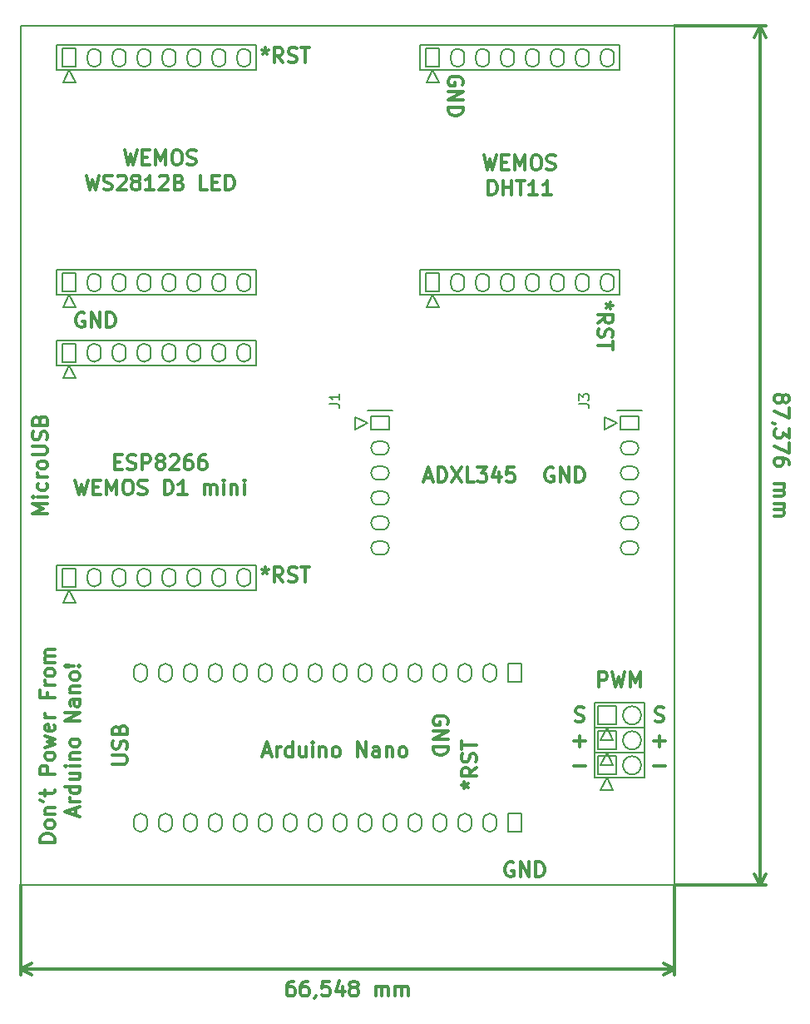
<source format=gbr>
%TF.GenerationSoftware,KiCad,Pcbnew,5.0.2+dfsg1-1*%
%TF.CreationDate,2020-04-12T10:59:42+02:00*%
%TF.ProjectId,fietslamp,66696574-736c-4616-9d70-2e6b69636164,rev?*%
%TF.SameCoordinates,Original*%
%TF.FileFunction,Legend,Top*%
%TF.FilePolarity,Positive*%
%FSLAX46Y46*%
G04 Gerber Fmt 4.6, Leading zero omitted, Abs format (unit mm)*
G04 Created by KiCad (PCBNEW 5.0.2+dfsg1-1) date zo 12 apr 2020 10:59:42 CEST*
%MOMM*%
%LPD*%
G01*
G04 APERTURE LIST*
%ADD10C,0.300000*%
%ADD11C,0.150000*%
G04 APERTURE END LIST*
D10*
X138763428Y-112367142D02*
X138977714Y-112438571D01*
X139334857Y-112438571D01*
X139477714Y-112367142D01*
X139549142Y-112295714D01*
X139620571Y-112152857D01*
X139620571Y-112010000D01*
X139549142Y-111867142D01*
X139477714Y-111795714D01*
X139334857Y-111724285D01*
X139049142Y-111652857D01*
X138906285Y-111581428D01*
X138834857Y-111510000D01*
X138763428Y-111367142D01*
X138763428Y-111224285D01*
X138834857Y-111081428D01*
X138906285Y-111010000D01*
X139049142Y-110938571D01*
X139406285Y-110938571D01*
X139620571Y-111010000D01*
X130635428Y-112367142D02*
X130849714Y-112438571D01*
X131206857Y-112438571D01*
X131349714Y-112367142D01*
X131421142Y-112295714D01*
X131492571Y-112152857D01*
X131492571Y-112010000D01*
X131421142Y-111867142D01*
X131349714Y-111795714D01*
X131206857Y-111724285D01*
X130921142Y-111652857D01*
X130778285Y-111581428D01*
X130706857Y-111510000D01*
X130635428Y-111367142D01*
X130635428Y-111224285D01*
X130706857Y-111081428D01*
X130778285Y-111010000D01*
X130921142Y-110938571D01*
X131278285Y-110938571D01*
X131492571Y-111010000D01*
X138620571Y-116947142D02*
X139763428Y-116947142D01*
X138620571Y-114407142D02*
X139763428Y-114407142D01*
X139192000Y-114978571D02*
X139192000Y-113835714D01*
X133020857Y-108882571D02*
X133020857Y-107382571D01*
X133592285Y-107382571D01*
X133735142Y-107454000D01*
X133806571Y-107525428D01*
X133878000Y-107668285D01*
X133878000Y-107882571D01*
X133806571Y-108025428D01*
X133735142Y-108096857D01*
X133592285Y-108168285D01*
X133020857Y-108168285D01*
X134378000Y-107382571D02*
X134735142Y-108882571D01*
X135020857Y-107811142D01*
X135306571Y-108882571D01*
X135663714Y-107382571D01*
X136235142Y-108882571D02*
X136235142Y-107382571D01*
X136735142Y-108454000D01*
X137235142Y-107382571D01*
X137235142Y-108882571D01*
X130492571Y-114407142D02*
X131635428Y-114407142D01*
X131064000Y-114978571D02*
X131064000Y-113835714D01*
X130492571Y-116947142D02*
X131635428Y-116947142D01*
X124333142Y-126758000D02*
X124190285Y-126686571D01*
X123976000Y-126686571D01*
X123761714Y-126758000D01*
X123618857Y-126900857D01*
X123547428Y-127043714D01*
X123476000Y-127329428D01*
X123476000Y-127543714D01*
X123547428Y-127829428D01*
X123618857Y-127972285D01*
X123761714Y-128115142D01*
X123976000Y-128186571D01*
X124118857Y-128186571D01*
X124333142Y-128115142D01*
X124404571Y-128043714D01*
X124404571Y-127543714D01*
X124118857Y-127543714D01*
X125047428Y-128186571D02*
X125047428Y-126686571D01*
X125904571Y-128186571D01*
X125904571Y-126686571D01*
X126618857Y-128186571D02*
X126618857Y-126686571D01*
X126976000Y-126686571D01*
X127190285Y-126758000D01*
X127333142Y-126900857D01*
X127404571Y-127043714D01*
X127476000Y-127329428D01*
X127476000Y-127543714D01*
X127404571Y-127829428D01*
X127333142Y-127972285D01*
X127190285Y-128115142D01*
X126976000Y-128186571D01*
X126618857Y-128186571D01*
X117590000Y-112649142D02*
X117661428Y-112506285D01*
X117661428Y-112292000D01*
X117590000Y-112077714D01*
X117447142Y-111934857D01*
X117304285Y-111863428D01*
X117018571Y-111792000D01*
X116804285Y-111792000D01*
X116518571Y-111863428D01*
X116375714Y-111934857D01*
X116232857Y-112077714D01*
X116161428Y-112292000D01*
X116161428Y-112434857D01*
X116232857Y-112649142D01*
X116304285Y-112720571D01*
X116804285Y-112720571D01*
X116804285Y-112434857D01*
X116161428Y-113363428D02*
X117661428Y-113363428D01*
X116161428Y-114220571D01*
X117661428Y-114220571D01*
X116161428Y-114934857D02*
X117661428Y-114934857D01*
X117661428Y-115292000D01*
X117590000Y-115506285D01*
X117447142Y-115649142D01*
X117304285Y-115720571D01*
X117018571Y-115792000D01*
X116804285Y-115792000D01*
X116518571Y-115720571D01*
X116375714Y-115649142D01*
X116232857Y-115506285D01*
X116161428Y-115292000D01*
X116161428Y-114934857D01*
X80645142Y-70878000D02*
X80502285Y-70806571D01*
X80288000Y-70806571D01*
X80073714Y-70878000D01*
X79930857Y-71020857D01*
X79859428Y-71163714D01*
X79788000Y-71449428D01*
X79788000Y-71663714D01*
X79859428Y-71949428D01*
X79930857Y-72092285D01*
X80073714Y-72235142D01*
X80288000Y-72306571D01*
X80430857Y-72306571D01*
X80645142Y-72235142D01*
X80716571Y-72163714D01*
X80716571Y-71663714D01*
X80430857Y-71663714D01*
X81359428Y-72306571D02*
X81359428Y-70806571D01*
X82216571Y-72306571D01*
X82216571Y-70806571D01*
X82930857Y-72306571D02*
X82930857Y-70806571D01*
X83288000Y-70806571D01*
X83502285Y-70878000D01*
X83645142Y-71020857D01*
X83716571Y-71163714D01*
X83788000Y-71449428D01*
X83788000Y-71663714D01*
X83716571Y-71949428D01*
X83645142Y-72092285D01*
X83502285Y-72235142D01*
X83288000Y-72306571D01*
X82930857Y-72306571D01*
X119114000Y-47625142D02*
X119185428Y-47482285D01*
X119185428Y-47268000D01*
X119114000Y-47053714D01*
X118971142Y-46910857D01*
X118828285Y-46839428D01*
X118542571Y-46768000D01*
X118328285Y-46768000D01*
X118042571Y-46839428D01*
X117899714Y-46910857D01*
X117756857Y-47053714D01*
X117685428Y-47268000D01*
X117685428Y-47410857D01*
X117756857Y-47625142D01*
X117828285Y-47696571D01*
X118328285Y-47696571D01*
X118328285Y-47410857D01*
X117685428Y-48339428D02*
X119185428Y-48339428D01*
X117685428Y-49196571D01*
X119185428Y-49196571D01*
X117685428Y-49910857D02*
X119185428Y-49910857D01*
X119185428Y-50268000D01*
X119114000Y-50482285D01*
X118971142Y-50625142D01*
X118828285Y-50696571D01*
X118542571Y-50768000D01*
X118328285Y-50768000D01*
X118042571Y-50696571D01*
X117899714Y-50625142D01*
X117756857Y-50482285D01*
X117685428Y-50268000D01*
X117685428Y-49910857D01*
X128397142Y-86626000D02*
X128254285Y-86554571D01*
X128040000Y-86554571D01*
X127825714Y-86626000D01*
X127682857Y-86768857D01*
X127611428Y-86911714D01*
X127540000Y-87197428D01*
X127540000Y-87411714D01*
X127611428Y-87697428D01*
X127682857Y-87840285D01*
X127825714Y-87983142D01*
X128040000Y-88054571D01*
X128182857Y-88054571D01*
X128397142Y-87983142D01*
X128468571Y-87911714D01*
X128468571Y-87411714D01*
X128182857Y-87411714D01*
X129111428Y-88054571D02*
X129111428Y-86554571D01*
X129968571Y-88054571D01*
X129968571Y-86554571D01*
X130682857Y-88054571D02*
X130682857Y-86554571D01*
X131040000Y-86554571D01*
X131254285Y-86626000D01*
X131397142Y-86768857D01*
X131468571Y-86911714D01*
X131540000Y-87197428D01*
X131540000Y-87411714D01*
X131468571Y-87697428D01*
X131397142Y-87840285D01*
X131254285Y-87983142D01*
X131040000Y-88054571D01*
X130682857Y-88054571D01*
X119066571Y-118875714D02*
X119423714Y-118875714D01*
X119280857Y-119232857D02*
X119423714Y-118875714D01*
X119280857Y-118518571D01*
X119709428Y-119090000D02*
X119423714Y-118875714D01*
X119709428Y-118661428D01*
X120566571Y-117090000D02*
X119852285Y-117590000D01*
X120566571Y-117947142D02*
X119066571Y-117947142D01*
X119066571Y-117375714D01*
X119138000Y-117232857D01*
X119209428Y-117161428D01*
X119352285Y-117090000D01*
X119566571Y-117090000D01*
X119709428Y-117161428D01*
X119780857Y-117232857D01*
X119852285Y-117375714D01*
X119852285Y-117947142D01*
X120495142Y-116518571D02*
X120566571Y-116304285D01*
X120566571Y-115947142D01*
X120495142Y-115804285D01*
X120423714Y-115732857D01*
X120280857Y-115661428D01*
X120138000Y-115661428D01*
X119995142Y-115732857D01*
X119923714Y-115804285D01*
X119852285Y-115947142D01*
X119780857Y-116232857D01*
X119709428Y-116375714D01*
X119638000Y-116447142D01*
X119495142Y-116518571D01*
X119352285Y-116518571D01*
X119209428Y-116447142D01*
X119138000Y-116375714D01*
X119066571Y-116232857D01*
X119066571Y-115875714D01*
X119138000Y-115661428D01*
X119066571Y-115232857D02*
X119066571Y-114375714D01*
X120566571Y-114804285D02*
X119066571Y-114804285D01*
X99056285Y-96714571D02*
X99056285Y-97071714D01*
X98699142Y-96928857D02*
X99056285Y-97071714D01*
X99413428Y-96928857D01*
X98842000Y-97357428D02*
X99056285Y-97071714D01*
X99270571Y-97357428D01*
X100842000Y-98214571D02*
X100342000Y-97500285D01*
X99984857Y-98214571D02*
X99984857Y-96714571D01*
X100556285Y-96714571D01*
X100699142Y-96786000D01*
X100770571Y-96857428D01*
X100842000Y-97000285D01*
X100842000Y-97214571D01*
X100770571Y-97357428D01*
X100699142Y-97428857D01*
X100556285Y-97500285D01*
X99984857Y-97500285D01*
X101413428Y-98143142D02*
X101627714Y-98214571D01*
X101984857Y-98214571D01*
X102127714Y-98143142D01*
X102199142Y-98071714D01*
X102270571Y-97928857D01*
X102270571Y-97786000D01*
X102199142Y-97643142D01*
X102127714Y-97571714D01*
X101984857Y-97500285D01*
X101699142Y-97428857D01*
X101556285Y-97357428D01*
X101484857Y-97286000D01*
X101413428Y-97143142D01*
X101413428Y-97000285D01*
X101484857Y-96857428D01*
X101556285Y-96786000D01*
X101699142Y-96714571D01*
X102056285Y-96714571D01*
X102270571Y-96786000D01*
X102699142Y-96714571D02*
X103556285Y-96714571D01*
X103127714Y-98214571D02*
X103127714Y-96714571D01*
X99056285Y-43882571D02*
X99056285Y-44239714D01*
X98699142Y-44096857D02*
X99056285Y-44239714D01*
X99413428Y-44096857D01*
X98842000Y-44525428D02*
X99056285Y-44239714D01*
X99270571Y-44525428D01*
X100842000Y-45382571D02*
X100342000Y-44668285D01*
X99984857Y-45382571D02*
X99984857Y-43882571D01*
X100556285Y-43882571D01*
X100699142Y-43954000D01*
X100770571Y-44025428D01*
X100842000Y-44168285D01*
X100842000Y-44382571D01*
X100770571Y-44525428D01*
X100699142Y-44596857D01*
X100556285Y-44668285D01*
X99984857Y-44668285D01*
X101413428Y-45311142D02*
X101627714Y-45382571D01*
X101984857Y-45382571D01*
X102127714Y-45311142D01*
X102199142Y-45239714D01*
X102270571Y-45096857D01*
X102270571Y-44954000D01*
X102199142Y-44811142D01*
X102127714Y-44739714D01*
X101984857Y-44668285D01*
X101699142Y-44596857D01*
X101556285Y-44525428D01*
X101484857Y-44454000D01*
X101413428Y-44311142D01*
X101413428Y-44168285D01*
X101484857Y-44025428D01*
X101556285Y-43954000D01*
X101699142Y-43882571D01*
X102056285Y-43882571D01*
X102270571Y-43954000D01*
X102699142Y-43882571D02*
X103556285Y-43882571D01*
X103127714Y-45382571D02*
X103127714Y-43882571D01*
X134425428Y-70100285D02*
X134068285Y-70100285D01*
X134211142Y-69743142D02*
X134068285Y-70100285D01*
X134211142Y-70457428D01*
X133782571Y-69886000D02*
X134068285Y-70100285D01*
X133782571Y-70314571D01*
X132925428Y-71886000D02*
X133639714Y-71386000D01*
X132925428Y-71028857D02*
X134425428Y-71028857D01*
X134425428Y-71600285D01*
X134354000Y-71743142D01*
X134282571Y-71814571D01*
X134139714Y-71886000D01*
X133925428Y-71886000D01*
X133782571Y-71814571D01*
X133711142Y-71743142D01*
X133639714Y-71600285D01*
X133639714Y-71028857D01*
X132996857Y-72457428D02*
X132925428Y-72671714D01*
X132925428Y-73028857D01*
X132996857Y-73171714D01*
X133068285Y-73243142D01*
X133211142Y-73314571D01*
X133354000Y-73314571D01*
X133496857Y-73243142D01*
X133568285Y-73171714D01*
X133639714Y-73028857D01*
X133711142Y-72743142D01*
X133782571Y-72600285D01*
X133854000Y-72528857D01*
X133996857Y-72457428D01*
X134139714Y-72457428D01*
X134282571Y-72528857D01*
X134354000Y-72600285D01*
X134425428Y-72743142D01*
X134425428Y-73100285D01*
X134354000Y-73314571D01*
X134425428Y-73743142D02*
X134425428Y-74600285D01*
X132925428Y-74171714D02*
X134425428Y-74171714D01*
X83506571Y-116700857D02*
X84720857Y-116700857D01*
X84863714Y-116629428D01*
X84935142Y-116558000D01*
X85006571Y-116415142D01*
X85006571Y-116129428D01*
X84935142Y-115986571D01*
X84863714Y-115915142D01*
X84720857Y-115843714D01*
X83506571Y-115843714D01*
X84935142Y-115200857D02*
X85006571Y-114986571D01*
X85006571Y-114629428D01*
X84935142Y-114486571D01*
X84863714Y-114415142D01*
X84720857Y-114343714D01*
X84578000Y-114343714D01*
X84435142Y-114415142D01*
X84363714Y-114486571D01*
X84292285Y-114629428D01*
X84220857Y-114915142D01*
X84149428Y-115058000D01*
X84078000Y-115129428D01*
X83935142Y-115200857D01*
X83792285Y-115200857D01*
X83649428Y-115129428D01*
X83578000Y-115058000D01*
X83506571Y-114915142D01*
X83506571Y-114558000D01*
X83578000Y-114343714D01*
X84220857Y-113200857D02*
X84292285Y-112986571D01*
X84363714Y-112915142D01*
X84506571Y-112843714D01*
X84720857Y-112843714D01*
X84863714Y-112915142D01*
X84935142Y-112986571D01*
X85006571Y-113129428D01*
X85006571Y-113700857D01*
X83506571Y-113700857D01*
X83506571Y-113200857D01*
X83578000Y-113058000D01*
X83649428Y-112986571D01*
X83792285Y-112915142D01*
X83935142Y-112915142D01*
X84078000Y-112986571D01*
X84149428Y-113058000D01*
X84220857Y-113200857D01*
X84220857Y-113700857D01*
X76878571Y-91252857D02*
X75378571Y-91252857D01*
X76450000Y-90752857D01*
X75378571Y-90252857D01*
X76878571Y-90252857D01*
X76878571Y-89538571D02*
X75878571Y-89538571D01*
X75378571Y-89538571D02*
X75450000Y-89610000D01*
X75521428Y-89538571D01*
X75450000Y-89467142D01*
X75378571Y-89538571D01*
X75521428Y-89538571D01*
X76807142Y-88181428D02*
X76878571Y-88324285D01*
X76878571Y-88610000D01*
X76807142Y-88752857D01*
X76735714Y-88824285D01*
X76592857Y-88895714D01*
X76164285Y-88895714D01*
X76021428Y-88824285D01*
X75950000Y-88752857D01*
X75878571Y-88610000D01*
X75878571Y-88324285D01*
X75950000Y-88181428D01*
X76878571Y-87538571D02*
X75878571Y-87538571D01*
X76164285Y-87538571D02*
X76021428Y-87467142D01*
X75950000Y-87395714D01*
X75878571Y-87252857D01*
X75878571Y-87110000D01*
X76878571Y-86395714D02*
X76807142Y-86538571D01*
X76735714Y-86610000D01*
X76592857Y-86681428D01*
X76164285Y-86681428D01*
X76021428Y-86610000D01*
X75950000Y-86538571D01*
X75878571Y-86395714D01*
X75878571Y-86181428D01*
X75950000Y-86038571D01*
X76021428Y-85967142D01*
X76164285Y-85895714D01*
X76592857Y-85895714D01*
X76735714Y-85967142D01*
X76807142Y-86038571D01*
X76878571Y-86181428D01*
X76878571Y-86395714D01*
X75378571Y-85252857D02*
X76592857Y-85252857D01*
X76735714Y-85181428D01*
X76807142Y-85110000D01*
X76878571Y-84967142D01*
X76878571Y-84681428D01*
X76807142Y-84538571D01*
X76735714Y-84467142D01*
X76592857Y-84395714D01*
X75378571Y-84395714D01*
X76807142Y-83752857D02*
X76878571Y-83538571D01*
X76878571Y-83181428D01*
X76807142Y-83038571D01*
X76735714Y-82967142D01*
X76592857Y-82895714D01*
X76450000Y-82895714D01*
X76307142Y-82967142D01*
X76235714Y-83038571D01*
X76164285Y-83181428D01*
X76092857Y-83467142D01*
X76021428Y-83610000D01*
X75950000Y-83681428D01*
X75807142Y-83752857D01*
X75664285Y-83752857D01*
X75521428Y-83681428D01*
X75450000Y-83610000D01*
X75378571Y-83467142D01*
X75378571Y-83110000D01*
X75450000Y-82895714D01*
X76092857Y-81752857D02*
X76164285Y-81538571D01*
X76235714Y-81467142D01*
X76378571Y-81395714D01*
X76592857Y-81395714D01*
X76735714Y-81467142D01*
X76807142Y-81538571D01*
X76878571Y-81681428D01*
X76878571Y-82252857D01*
X75378571Y-82252857D01*
X75378571Y-81752857D01*
X75450000Y-81610000D01*
X75521428Y-81538571D01*
X75664285Y-81467142D01*
X75807142Y-81467142D01*
X75950000Y-81538571D01*
X76021428Y-81610000D01*
X76092857Y-81752857D01*
X76092857Y-82252857D01*
X77635571Y-124657142D02*
X76135571Y-124657142D01*
X76135571Y-124300000D01*
X76207000Y-124085714D01*
X76349857Y-123942857D01*
X76492714Y-123871428D01*
X76778428Y-123800000D01*
X76992714Y-123800000D01*
X77278428Y-123871428D01*
X77421285Y-123942857D01*
X77564142Y-124085714D01*
X77635571Y-124300000D01*
X77635571Y-124657142D01*
X77635571Y-122942857D02*
X77564142Y-123085714D01*
X77492714Y-123157142D01*
X77349857Y-123228571D01*
X76921285Y-123228571D01*
X76778428Y-123157142D01*
X76707000Y-123085714D01*
X76635571Y-122942857D01*
X76635571Y-122728571D01*
X76707000Y-122585714D01*
X76778428Y-122514285D01*
X76921285Y-122442857D01*
X77349857Y-122442857D01*
X77492714Y-122514285D01*
X77564142Y-122585714D01*
X77635571Y-122728571D01*
X77635571Y-122942857D01*
X76635571Y-121800000D02*
X77635571Y-121800000D01*
X76778428Y-121800000D02*
X76707000Y-121728571D01*
X76635571Y-121585714D01*
X76635571Y-121371428D01*
X76707000Y-121228571D01*
X76849857Y-121157142D01*
X77635571Y-121157142D01*
X76135571Y-120371428D02*
X76421285Y-120514285D01*
X76635571Y-119942857D02*
X76635571Y-119371428D01*
X76135571Y-119728571D02*
X77421285Y-119728571D01*
X77564142Y-119657142D01*
X77635571Y-119514285D01*
X77635571Y-119371428D01*
X77635571Y-117728571D02*
X76135571Y-117728571D01*
X76135571Y-117157142D01*
X76207000Y-117014285D01*
X76278428Y-116942857D01*
X76421285Y-116871428D01*
X76635571Y-116871428D01*
X76778428Y-116942857D01*
X76849857Y-117014285D01*
X76921285Y-117157142D01*
X76921285Y-117728571D01*
X77635571Y-116014285D02*
X77564142Y-116157142D01*
X77492714Y-116228571D01*
X77349857Y-116300000D01*
X76921285Y-116300000D01*
X76778428Y-116228571D01*
X76707000Y-116157142D01*
X76635571Y-116014285D01*
X76635571Y-115800000D01*
X76707000Y-115657142D01*
X76778428Y-115585714D01*
X76921285Y-115514285D01*
X77349857Y-115514285D01*
X77492714Y-115585714D01*
X77564142Y-115657142D01*
X77635571Y-115800000D01*
X77635571Y-116014285D01*
X76635571Y-115014285D02*
X77635571Y-114728571D01*
X76921285Y-114442857D01*
X77635571Y-114157142D01*
X76635571Y-113871428D01*
X77564142Y-112728571D02*
X77635571Y-112871428D01*
X77635571Y-113157142D01*
X77564142Y-113300000D01*
X77421285Y-113371428D01*
X76849857Y-113371428D01*
X76707000Y-113300000D01*
X76635571Y-113157142D01*
X76635571Y-112871428D01*
X76707000Y-112728571D01*
X76849857Y-112657142D01*
X76992714Y-112657142D01*
X77135571Y-113371428D01*
X77635571Y-112014285D02*
X76635571Y-112014285D01*
X76921285Y-112014285D02*
X76778428Y-111942857D01*
X76707000Y-111871428D01*
X76635571Y-111728571D01*
X76635571Y-111585714D01*
X76849857Y-109442857D02*
X76849857Y-109942857D01*
X77635571Y-109942857D02*
X76135571Y-109942857D01*
X76135571Y-109228571D01*
X77635571Y-108657142D02*
X76635571Y-108657142D01*
X76921285Y-108657142D02*
X76778428Y-108585714D01*
X76707000Y-108514285D01*
X76635571Y-108371428D01*
X76635571Y-108228571D01*
X77635571Y-107514285D02*
X77564142Y-107657142D01*
X77492714Y-107728571D01*
X77349857Y-107800000D01*
X76921285Y-107800000D01*
X76778428Y-107728571D01*
X76707000Y-107657142D01*
X76635571Y-107514285D01*
X76635571Y-107300000D01*
X76707000Y-107157142D01*
X76778428Y-107085714D01*
X76921285Y-107014285D01*
X77349857Y-107014285D01*
X77492714Y-107085714D01*
X77564142Y-107157142D01*
X77635571Y-107300000D01*
X77635571Y-107514285D01*
X77635571Y-106371428D02*
X76635571Y-106371428D01*
X76778428Y-106371428D02*
X76707000Y-106300000D01*
X76635571Y-106157142D01*
X76635571Y-105942857D01*
X76707000Y-105800000D01*
X76849857Y-105728571D01*
X77635571Y-105728571D01*
X76849857Y-105728571D02*
X76707000Y-105657142D01*
X76635571Y-105514285D01*
X76635571Y-105300000D01*
X76707000Y-105157142D01*
X76849857Y-105085714D01*
X77635571Y-105085714D01*
X79757000Y-121942857D02*
X79757000Y-121228571D01*
X80185571Y-122085714D02*
X78685571Y-121585714D01*
X80185571Y-121085714D01*
X80185571Y-120585714D02*
X79185571Y-120585714D01*
X79471285Y-120585714D02*
X79328428Y-120514285D01*
X79257000Y-120442857D01*
X79185571Y-120300000D01*
X79185571Y-120157142D01*
X80185571Y-119014285D02*
X78685571Y-119014285D01*
X80114142Y-119014285D02*
X80185571Y-119157142D01*
X80185571Y-119442857D01*
X80114142Y-119585714D01*
X80042714Y-119657142D01*
X79899857Y-119728571D01*
X79471285Y-119728571D01*
X79328428Y-119657142D01*
X79257000Y-119585714D01*
X79185571Y-119442857D01*
X79185571Y-119157142D01*
X79257000Y-119014285D01*
X79185571Y-117657142D02*
X80185571Y-117657142D01*
X79185571Y-118300000D02*
X79971285Y-118300000D01*
X80114142Y-118228571D01*
X80185571Y-118085714D01*
X80185571Y-117871428D01*
X80114142Y-117728571D01*
X80042714Y-117657142D01*
X80185571Y-116942857D02*
X79185571Y-116942857D01*
X78685571Y-116942857D02*
X78757000Y-117014285D01*
X78828428Y-116942857D01*
X78757000Y-116871428D01*
X78685571Y-116942857D01*
X78828428Y-116942857D01*
X79185571Y-116228571D02*
X80185571Y-116228571D01*
X79328428Y-116228571D02*
X79257000Y-116157142D01*
X79185571Y-116014285D01*
X79185571Y-115800000D01*
X79257000Y-115657142D01*
X79399857Y-115585714D01*
X80185571Y-115585714D01*
X80185571Y-114657142D02*
X80114142Y-114800000D01*
X80042714Y-114871428D01*
X79899857Y-114942857D01*
X79471285Y-114942857D01*
X79328428Y-114871428D01*
X79257000Y-114800000D01*
X79185571Y-114657142D01*
X79185571Y-114442857D01*
X79257000Y-114300000D01*
X79328428Y-114228571D01*
X79471285Y-114157142D01*
X79899857Y-114157142D01*
X80042714Y-114228571D01*
X80114142Y-114300000D01*
X80185571Y-114442857D01*
X80185571Y-114657142D01*
X80185571Y-112371428D02*
X78685571Y-112371428D01*
X80185571Y-111514285D01*
X78685571Y-111514285D01*
X80185571Y-110157142D02*
X79399857Y-110157142D01*
X79257000Y-110228571D01*
X79185571Y-110371428D01*
X79185571Y-110657142D01*
X79257000Y-110800000D01*
X80114142Y-110157142D02*
X80185571Y-110300000D01*
X80185571Y-110657142D01*
X80114142Y-110800000D01*
X79971285Y-110871428D01*
X79828428Y-110871428D01*
X79685571Y-110800000D01*
X79614142Y-110657142D01*
X79614142Y-110300000D01*
X79542714Y-110157142D01*
X79185571Y-109442857D02*
X80185571Y-109442857D01*
X79328428Y-109442857D02*
X79257000Y-109371428D01*
X79185571Y-109228571D01*
X79185571Y-109014285D01*
X79257000Y-108871428D01*
X79399857Y-108800000D01*
X80185571Y-108800000D01*
X80185571Y-107871428D02*
X80114142Y-108014285D01*
X80042714Y-108085714D01*
X79899857Y-108157142D01*
X79471285Y-108157142D01*
X79328428Y-108085714D01*
X79257000Y-108014285D01*
X79185571Y-107871428D01*
X79185571Y-107657142D01*
X79257000Y-107514285D01*
X79328428Y-107442857D01*
X79471285Y-107371428D01*
X79899857Y-107371428D01*
X80042714Y-107442857D01*
X80114142Y-107514285D01*
X80185571Y-107657142D01*
X80185571Y-107871428D01*
X80042714Y-106728571D02*
X80114142Y-106657142D01*
X80185571Y-106728571D01*
X80114142Y-106800000D01*
X80042714Y-106728571D01*
X80185571Y-106728571D01*
X79614142Y-106728571D02*
X78757000Y-106800000D01*
X78685571Y-106728571D01*
X78757000Y-106657142D01*
X79614142Y-106728571D01*
X78685571Y-106728571D01*
X83749142Y-85993857D02*
X84249142Y-85993857D01*
X84463428Y-86779571D02*
X83749142Y-86779571D01*
X83749142Y-85279571D01*
X84463428Y-85279571D01*
X85034857Y-86708142D02*
X85249142Y-86779571D01*
X85606285Y-86779571D01*
X85749142Y-86708142D01*
X85820571Y-86636714D01*
X85892000Y-86493857D01*
X85892000Y-86351000D01*
X85820571Y-86208142D01*
X85749142Y-86136714D01*
X85606285Y-86065285D01*
X85320571Y-85993857D01*
X85177714Y-85922428D01*
X85106285Y-85851000D01*
X85034857Y-85708142D01*
X85034857Y-85565285D01*
X85106285Y-85422428D01*
X85177714Y-85351000D01*
X85320571Y-85279571D01*
X85677714Y-85279571D01*
X85892000Y-85351000D01*
X86534857Y-86779571D02*
X86534857Y-85279571D01*
X87106285Y-85279571D01*
X87249142Y-85351000D01*
X87320571Y-85422428D01*
X87392000Y-85565285D01*
X87392000Y-85779571D01*
X87320571Y-85922428D01*
X87249142Y-85993857D01*
X87106285Y-86065285D01*
X86534857Y-86065285D01*
X88249142Y-85922428D02*
X88106285Y-85851000D01*
X88034857Y-85779571D01*
X87963428Y-85636714D01*
X87963428Y-85565285D01*
X88034857Y-85422428D01*
X88106285Y-85351000D01*
X88249142Y-85279571D01*
X88534857Y-85279571D01*
X88677714Y-85351000D01*
X88749142Y-85422428D01*
X88820571Y-85565285D01*
X88820571Y-85636714D01*
X88749142Y-85779571D01*
X88677714Y-85851000D01*
X88534857Y-85922428D01*
X88249142Y-85922428D01*
X88106285Y-85993857D01*
X88034857Y-86065285D01*
X87963428Y-86208142D01*
X87963428Y-86493857D01*
X88034857Y-86636714D01*
X88106285Y-86708142D01*
X88249142Y-86779571D01*
X88534857Y-86779571D01*
X88677714Y-86708142D01*
X88749142Y-86636714D01*
X88820571Y-86493857D01*
X88820571Y-86208142D01*
X88749142Y-86065285D01*
X88677714Y-85993857D01*
X88534857Y-85922428D01*
X89392000Y-85422428D02*
X89463428Y-85351000D01*
X89606285Y-85279571D01*
X89963428Y-85279571D01*
X90106285Y-85351000D01*
X90177714Y-85422428D01*
X90249142Y-85565285D01*
X90249142Y-85708142D01*
X90177714Y-85922428D01*
X89320571Y-86779571D01*
X90249142Y-86779571D01*
X91534857Y-85279571D02*
X91249142Y-85279571D01*
X91106285Y-85351000D01*
X91034857Y-85422428D01*
X90892000Y-85636714D01*
X90820571Y-85922428D01*
X90820571Y-86493857D01*
X90892000Y-86636714D01*
X90963428Y-86708142D01*
X91106285Y-86779571D01*
X91392000Y-86779571D01*
X91534857Y-86708142D01*
X91606285Y-86636714D01*
X91677714Y-86493857D01*
X91677714Y-86136714D01*
X91606285Y-85993857D01*
X91534857Y-85922428D01*
X91392000Y-85851000D01*
X91106285Y-85851000D01*
X90963428Y-85922428D01*
X90892000Y-85993857D01*
X90820571Y-86136714D01*
X92963428Y-85279571D02*
X92677714Y-85279571D01*
X92534857Y-85351000D01*
X92463428Y-85422428D01*
X92320571Y-85636714D01*
X92249142Y-85922428D01*
X92249142Y-86493857D01*
X92320571Y-86636714D01*
X92392000Y-86708142D01*
X92534857Y-86779571D01*
X92820571Y-86779571D01*
X92963428Y-86708142D01*
X93034857Y-86636714D01*
X93106285Y-86493857D01*
X93106285Y-86136714D01*
X93034857Y-85993857D01*
X92963428Y-85922428D01*
X92820571Y-85851000D01*
X92534857Y-85851000D01*
X92392000Y-85922428D01*
X92320571Y-85993857D01*
X92249142Y-86136714D01*
X79713428Y-87829571D02*
X80070571Y-89329571D01*
X80356285Y-88258142D01*
X80642000Y-89329571D01*
X80999142Y-87829571D01*
X81570571Y-88543857D02*
X82070571Y-88543857D01*
X82284857Y-89329571D02*
X81570571Y-89329571D01*
X81570571Y-87829571D01*
X82284857Y-87829571D01*
X82927714Y-89329571D02*
X82927714Y-87829571D01*
X83427714Y-88901000D01*
X83927714Y-87829571D01*
X83927714Y-89329571D01*
X84927714Y-87829571D02*
X85213428Y-87829571D01*
X85356285Y-87901000D01*
X85499142Y-88043857D01*
X85570571Y-88329571D01*
X85570571Y-88829571D01*
X85499142Y-89115285D01*
X85356285Y-89258142D01*
X85213428Y-89329571D01*
X84927714Y-89329571D01*
X84784857Y-89258142D01*
X84642000Y-89115285D01*
X84570571Y-88829571D01*
X84570571Y-88329571D01*
X84642000Y-88043857D01*
X84784857Y-87901000D01*
X84927714Y-87829571D01*
X86142000Y-89258142D02*
X86356285Y-89329571D01*
X86713428Y-89329571D01*
X86856285Y-89258142D01*
X86927714Y-89186714D01*
X86999142Y-89043857D01*
X86999142Y-88901000D01*
X86927714Y-88758142D01*
X86856285Y-88686714D01*
X86713428Y-88615285D01*
X86427714Y-88543857D01*
X86284857Y-88472428D01*
X86213428Y-88401000D01*
X86142000Y-88258142D01*
X86142000Y-88115285D01*
X86213428Y-87972428D01*
X86284857Y-87901000D01*
X86427714Y-87829571D01*
X86784857Y-87829571D01*
X86999142Y-87901000D01*
X88784857Y-89329571D02*
X88784857Y-87829571D01*
X89142000Y-87829571D01*
X89356285Y-87901000D01*
X89499142Y-88043857D01*
X89570571Y-88186714D01*
X89642000Y-88472428D01*
X89642000Y-88686714D01*
X89570571Y-88972428D01*
X89499142Y-89115285D01*
X89356285Y-89258142D01*
X89142000Y-89329571D01*
X88784857Y-89329571D01*
X91070571Y-89329571D02*
X90213428Y-89329571D01*
X90642000Y-89329571D02*
X90642000Y-87829571D01*
X90499142Y-88043857D01*
X90356285Y-88186714D01*
X90213428Y-88258142D01*
X92856285Y-89329571D02*
X92856285Y-88329571D01*
X92856285Y-88472428D02*
X92927714Y-88401000D01*
X93070571Y-88329571D01*
X93284857Y-88329571D01*
X93427714Y-88401000D01*
X93499142Y-88543857D01*
X93499142Y-89329571D01*
X93499142Y-88543857D02*
X93570571Y-88401000D01*
X93713428Y-88329571D01*
X93927714Y-88329571D01*
X94070571Y-88401000D01*
X94142000Y-88543857D01*
X94142000Y-89329571D01*
X94856285Y-89329571D02*
X94856285Y-88329571D01*
X94856285Y-87829571D02*
X94784857Y-87901000D01*
X94856285Y-87972428D01*
X94927714Y-87901000D01*
X94856285Y-87829571D01*
X94856285Y-87972428D01*
X95570571Y-88329571D02*
X95570571Y-89329571D01*
X95570571Y-88472428D02*
X95642000Y-88401000D01*
X95784857Y-88329571D01*
X95999142Y-88329571D01*
X96142000Y-88401000D01*
X96213428Y-88543857D01*
X96213428Y-89329571D01*
X96927714Y-89329571D02*
X96927714Y-88329571D01*
X96927714Y-87829571D02*
X96856285Y-87901000D01*
X96927714Y-87972428D01*
X96999142Y-87901000D01*
X96927714Y-87829571D01*
X96927714Y-87972428D01*
X121289428Y-54799571D02*
X121646571Y-56299571D01*
X121932285Y-55228142D01*
X122218000Y-56299571D01*
X122575142Y-54799571D01*
X123146571Y-55513857D02*
X123646571Y-55513857D01*
X123860857Y-56299571D02*
X123146571Y-56299571D01*
X123146571Y-54799571D01*
X123860857Y-54799571D01*
X124503714Y-56299571D02*
X124503714Y-54799571D01*
X125003714Y-55871000D01*
X125503714Y-54799571D01*
X125503714Y-56299571D01*
X126503714Y-54799571D02*
X126789428Y-54799571D01*
X126932285Y-54871000D01*
X127075142Y-55013857D01*
X127146571Y-55299571D01*
X127146571Y-55799571D01*
X127075142Y-56085285D01*
X126932285Y-56228142D01*
X126789428Y-56299571D01*
X126503714Y-56299571D01*
X126360857Y-56228142D01*
X126218000Y-56085285D01*
X126146571Y-55799571D01*
X126146571Y-55299571D01*
X126218000Y-55013857D01*
X126360857Y-54871000D01*
X126503714Y-54799571D01*
X127718000Y-56228142D02*
X127932285Y-56299571D01*
X128289428Y-56299571D01*
X128432285Y-56228142D01*
X128503714Y-56156714D01*
X128575142Y-56013857D01*
X128575142Y-55871000D01*
X128503714Y-55728142D01*
X128432285Y-55656714D01*
X128289428Y-55585285D01*
X128003714Y-55513857D01*
X127860857Y-55442428D01*
X127789428Y-55371000D01*
X127718000Y-55228142D01*
X127718000Y-55085285D01*
X127789428Y-54942428D01*
X127860857Y-54871000D01*
X128003714Y-54799571D01*
X128360857Y-54799571D01*
X128575142Y-54871000D01*
X121789428Y-58849571D02*
X121789428Y-57349571D01*
X122146571Y-57349571D01*
X122360857Y-57421000D01*
X122503714Y-57563857D01*
X122575142Y-57706714D01*
X122646571Y-57992428D01*
X122646571Y-58206714D01*
X122575142Y-58492428D01*
X122503714Y-58635285D01*
X122360857Y-58778142D01*
X122146571Y-58849571D01*
X121789428Y-58849571D01*
X123289428Y-58849571D02*
X123289428Y-57349571D01*
X123289428Y-58063857D02*
X124146571Y-58063857D01*
X124146571Y-58849571D02*
X124146571Y-57349571D01*
X124646571Y-57349571D02*
X125503714Y-57349571D01*
X125075142Y-58849571D02*
X125075142Y-57349571D01*
X126789428Y-58849571D02*
X125932285Y-58849571D01*
X126360857Y-58849571D02*
X126360857Y-57349571D01*
X126218000Y-57563857D01*
X126075142Y-57706714D01*
X125932285Y-57778142D01*
X128218000Y-58849571D02*
X127360857Y-58849571D01*
X127789428Y-58849571D02*
X127789428Y-57349571D01*
X127646571Y-57563857D01*
X127503714Y-57706714D01*
X127360857Y-57778142D01*
X84713428Y-54291571D02*
X85070571Y-55791571D01*
X85356285Y-54720142D01*
X85642000Y-55791571D01*
X85999142Y-54291571D01*
X86570571Y-55005857D02*
X87070571Y-55005857D01*
X87284857Y-55791571D02*
X86570571Y-55791571D01*
X86570571Y-54291571D01*
X87284857Y-54291571D01*
X87927714Y-55791571D02*
X87927714Y-54291571D01*
X88427714Y-55363000D01*
X88927714Y-54291571D01*
X88927714Y-55791571D01*
X89927714Y-54291571D02*
X90213428Y-54291571D01*
X90356285Y-54363000D01*
X90499142Y-54505857D01*
X90570571Y-54791571D01*
X90570571Y-55291571D01*
X90499142Y-55577285D01*
X90356285Y-55720142D01*
X90213428Y-55791571D01*
X89927714Y-55791571D01*
X89784857Y-55720142D01*
X89642000Y-55577285D01*
X89570571Y-55291571D01*
X89570571Y-54791571D01*
X89642000Y-54505857D01*
X89784857Y-54363000D01*
X89927714Y-54291571D01*
X91142000Y-55720142D02*
X91356285Y-55791571D01*
X91713428Y-55791571D01*
X91856285Y-55720142D01*
X91927714Y-55648714D01*
X91999142Y-55505857D01*
X91999142Y-55363000D01*
X91927714Y-55220142D01*
X91856285Y-55148714D01*
X91713428Y-55077285D01*
X91427714Y-55005857D01*
X91284857Y-54934428D01*
X91213428Y-54863000D01*
X91142000Y-54720142D01*
X91142000Y-54577285D01*
X91213428Y-54434428D01*
X91284857Y-54363000D01*
X91427714Y-54291571D01*
X91784857Y-54291571D01*
X91999142Y-54363000D01*
X80820571Y-56841571D02*
X81177714Y-58341571D01*
X81463428Y-57270142D01*
X81749142Y-58341571D01*
X82106285Y-56841571D01*
X82606285Y-58270142D02*
X82820571Y-58341571D01*
X83177714Y-58341571D01*
X83320571Y-58270142D01*
X83392000Y-58198714D01*
X83463428Y-58055857D01*
X83463428Y-57913000D01*
X83392000Y-57770142D01*
X83320571Y-57698714D01*
X83177714Y-57627285D01*
X82892000Y-57555857D01*
X82749142Y-57484428D01*
X82677714Y-57413000D01*
X82606285Y-57270142D01*
X82606285Y-57127285D01*
X82677714Y-56984428D01*
X82749142Y-56913000D01*
X82892000Y-56841571D01*
X83249142Y-56841571D01*
X83463428Y-56913000D01*
X84034857Y-56984428D02*
X84106285Y-56913000D01*
X84249142Y-56841571D01*
X84606285Y-56841571D01*
X84749142Y-56913000D01*
X84820571Y-56984428D01*
X84892000Y-57127285D01*
X84892000Y-57270142D01*
X84820571Y-57484428D01*
X83963428Y-58341571D01*
X84892000Y-58341571D01*
X85749142Y-57484428D02*
X85606285Y-57413000D01*
X85534857Y-57341571D01*
X85463428Y-57198714D01*
X85463428Y-57127285D01*
X85534857Y-56984428D01*
X85606285Y-56913000D01*
X85749142Y-56841571D01*
X86034857Y-56841571D01*
X86177714Y-56913000D01*
X86249142Y-56984428D01*
X86320571Y-57127285D01*
X86320571Y-57198714D01*
X86249142Y-57341571D01*
X86177714Y-57413000D01*
X86034857Y-57484428D01*
X85749142Y-57484428D01*
X85606285Y-57555857D01*
X85534857Y-57627285D01*
X85463428Y-57770142D01*
X85463428Y-58055857D01*
X85534857Y-58198714D01*
X85606285Y-58270142D01*
X85749142Y-58341571D01*
X86034857Y-58341571D01*
X86177714Y-58270142D01*
X86249142Y-58198714D01*
X86320571Y-58055857D01*
X86320571Y-57770142D01*
X86249142Y-57627285D01*
X86177714Y-57555857D01*
X86034857Y-57484428D01*
X87749142Y-58341571D02*
X86892000Y-58341571D01*
X87320571Y-58341571D02*
X87320571Y-56841571D01*
X87177714Y-57055857D01*
X87034857Y-57198714D01*
X86892000Y-57270142D01*
X88320571Y-56984428D02*
X88392000Y-56913000D01*
X88534857Y-56841571D01*
X88892000Y-56841571D01*
X89034857Y-56913000D01*
X89106285Y-56984428D01*
X89177714Y-57127285D01*
X89177714Y-57270142D01*
X89106285Y-57484428D01*
X88249142Y-58341571D01*
X89177714Y-58341571D01*
X90320571Y-57555857D02*
X90534857Y-57627285D01*
X90606285Y-57698714D01*
X90677714Y-57841571D01*
X90677714Y-58055857D01*
X90606285Y-58198714D01*
X90534857Y-58270142D01*
X90392000Y-58341571D01*
X89820571Y-58341571D01*
X89820571Y-56841571D01*
X90320571Y-56841571D01*
X90463428Y-56913000D01*
X90534857Y-56984428D01*
X90606285Y-57127285D01*
X90606285Y-57270142D01*
X90534857Y-57413000D01*
X90463428Y-57484428D01*
X90320571Y-57555857D01*
X89820571Y-57555857D01*
X93177714Y-58341571D02*
X92463428Y-58341571D01*
X92463428Y-56841571D01*
X93677714Y-57555857D02*
X94177714Y-57555857D01*
X94392000Y-58341571D02*
X93677714Y-58341571D01*
X93677714Y-56841571D01*
X94392000Y-56841571D01*
X95034857Y-58341571D02*
X95034857Y-56841571D01*
X95392000Y-56841571D01*
X95606285Y-56913000D01*
X95749142Y-57055857D01*
X95820571Y-57198714D01*
X95892000Y-57484428D01*
X95892000Y-57698714D01*
X95820571Y-57984428D01*
X95749142Y-58127285D01*
X95606285Y-58270142D01*
X95392000Y-58341571D01*
X95034857Y-58341571D01*
X98886285Y-115566000D02*
X99600571Y-115566000D01*
X98743428Y-115994571D02*
X99243428Y-114494571D01*
X99743428Y-115994571D01*
X100243428Y-115994571D02*
X100243428Y-114994571D01*
X100243428Y-115280285D02*
X100314857Y-115137428D01*
X100386285Y-115066000D01*
X100529142Y-114994571D01*
X100672000Y-114994571D01*
X101814857Y-115994571D02*
X101814857Y-114494571D01*
X101814857Y-115923142D02*
X101672000Y-115994571D01*
X101386285Y-115994571D01*
X101243428Y-115923142D01*
X101172000Y-115851714D01*
X101100571Y-115708857D01*
X101100571Y-115280285D01*
X101172000Y-115137428D01*
X101243428Y-115066000D01*
X101386285Y-114994571D01*
X101672000Y-114994571D01*
X101814857Y-115066000D01*
X103172000Y-114994571D02*
X103172000Y-115994571D01*
X102529142Y-114994571D02*
X102529142Y-115780285D01*
X102600571Y-115923142D01*
X102743428Y-115994571D01*
X102957714Y-115994571D01*
X103100571Y-115923142D01*
X103172000Y-115851714D01*
X103886285Y-115994571D02*
X103886285Y-114994571D01*
X103886285Y-114494571D02*
X103814857Y-114566000D01*
X103886285Y-114637428D01*
X103957714Y-114566000D01*
X103886285Y-114494571D01*
X103886285Y-114637428D01*
X104600571Y-114994571D02*
X104600571Y-115994571D01*
X104600571Y-115137428D02*
X104672000Y-115066000D01*
X104814857Y-114994571D01*
X105029142Y-114994571D01*
X105172000Y-115066000D01*
X105243428Y-115208857D01*
X105243428Y-115994571D01*
X106172000Y-115994571D02*
X106029142Y-115923142D01*
X105957714Y-115851714D01*
X105886285Y-115708857D01*
X105886285Y-115280285D01*
X105957714Y-115137428D01*
X106029142Y-115066000D01*
X106172000Y-114994571D01*
X106386285Y-114994571D01*
X106529142Y-115066000D01*
X106600571Y-115137428D01*
X106672000Y-115280285D01*
X106672000Y-115708857D01*
X106600571Y-115851714D01*
X106529142Y-115923142D01*
X106386285Y-115994571D01*
X106172000Y-115994571D01*
X108457714Y-115994571D02*
X108457714Y-114494571D01*
X109314857Y-115994571D01*
X109314857Y-114494571D01*
X110672000Y-115994571D02*
X110672000Y-115208857D01*
X110600571Y-115066000D01*
X110457714Y-114994571D01*
X110172000Y-114994571D01*
X110029142Y-115066000D01*
X110672000Y-115923142D02*
X110529142Y-115994571D01*
X110172000Y-115994571D01*
X110029142Y-115923142D01*
X109957714Y-115780285D01*
X109957714Y-115637428D01*
X110029142Y-115494571D01*
X110172000Y-115423142D01*
X110529142Y-115423142D01*
X110672000Y-115351714D01*
X111386285Y-114994571D02*
X111386285Y-115994571D01*
X111386285Y-115137428D02*
X111457714Y-115066000D01*
X111600571Y-114994571D01*
X111814857Y-114994571D01*
X111957714Y-115066000D01*
X112029142Y-115208857D01*
X112029142Y-115994571D01*
X112957714Y-115994571D02*
X112814857Y-115923142D01*
X112743428Y-115851714D01*
X112672000Y-115708857D01*
X112672000Y-115280285D01*
X112743428Y-115137428D01*
X112814857Y-115066000D01*
X112957714Y-114994571D01*
X113172000Y-114994571D01*
X113314857Y-115066000D01*
X113386285Y-115137428D01*
X113457714Y-115280285D01*
X113457714Y-115708857D01*
X113386285Y-115851714D01*
X113314857Y-115923142D01*
X113172000Y-115994571D01*
X112957714Y-115994571D01*
X101942000Y-138810571D02*
X101656285Y-138810571D01*
X101513428Y-138882000D01*
X101442000Y-138953428D01*
X101299142Y-139167714D01*
X101227714Y-139453428D01*
X101227714Y-140024857D01*
X101299142Y-140167714D01*
X101370571Y-140239142D01*
X101513428Y-140310571D01*
X101799142Y-140310571D01*
X101942000Y-140239142D01*
X102013428Y-140167714D01*
X102084857Y-140024857D01*
X102084857Y-139667714D01*
X102013428Y-139524857D01*
X101942000Y-139453428D01*
X101799142Y-139382000D01*
X101513428Y-139382000D01*
X101370571Y-139453428D01*
X101299142Y-139524857D01*
X101227714Y-139667714D01*
X103370571Y-138810571D02*
X103084857Y-138810571D01*
X102942000Y-138882000D01*
X102870571Y-138953428D01*
X102727714Y-139167714D01*
X102656285Y-139453428D01*
X102656285Y-140024857D01*
X102727714Y-140167714D01*
X102799142Y-140239142D01*
X102942000Y-140310571D01*
X103227714Y-140310571D01*
X103370571Y-140239142D01*
X103442000Y-140167714D01*
X103513428Y-140024857D01*
X103513428Y-139667714D01*
X103442000Y-139524857D01*
X103370571Y-139453428D01*
X103227714Y-139382000D01*
X102942000Y-139382000D01*
X102799142Y-139453428D01*
X102727714Y-139524857D01*
X102656285Y-139667714D01*
X104227714Y-140239142D02*
X104227714Y-140310571D01*
X104156285Y-140453428D01*
X104084857Y-140524857D01*
X105584857Y-138810571D02*
X104870571Y-138810571D01*
X104799142Y-139524857D01*
X104870571Y-139453428D01*
X105013428Y-139382000D01*
X105370571Y-139382000D01*
X105513428Y-139453428D01*
X105584857Y-139524857D01*
X105656285Y-139667714D01*
X105656285Y-140024857D01*
X105584857Y-140167714D01*
X105513428Y-140239142D01*
X105370571Y-140310571D01*
X105013428Y-140310571D01*
X104870571Y-140239142D01*
X104799142Y-140167714D01*
X106942000Y-139310571D02*
X106942000Y-140310571D01*
X106584857Y-138739142D02*
X106227714Y-139810571D01*
X107156285Y-139810571D01*
X107942000Y-139453428D02*
X107799142Y-139382000D01*
X107727714Y-139310571D01*
X107656285Y-139167714D01*
X107656285Y-139096285D01*
X107727714Y-138953428D01*
X107799142Y-138882000D01*
X107942000Y-138810571D01*
X108227714Y-138810571D01*
X108370571Y-138882000D01*
X108442000Y-138953428D01*
X108513428Y-139096285D01*
X108513428Y-139167714D01*
X108442000Y-139310571D01*
X108370571Y-139382000D01*
X108227714Y-139453428D01*
X107942000Y-139453428D01*
X107799142Y-139524857D01*
X107727714Y-139596285D01*
X107656285Y-139739142D01*
X107656285Y-140024857D01*
X107727714Y-140167714D01*
X107799142Y-140239142D01*
X107942000Y-140310571D01*
X108227714Y-140310571D01*
X108370571Y-140239142D01*
X108442000Y-140167714D01*
X108513428Y-140024857D01*
X108513428Y-139739142D01*
X108442000Y-139596285D01*
X108370571Y-139524857D01*
X108227714Y-139453428D01*
X110299142Y-140310571D02*
X110299142Y-139310571D01*
X110299142Y-139453428D02*
X110370571Y-139382000D01*
X110513428Y-139310571D01*
X110727714Y-139310571D01*
X110870571Y-139382000D01*
X110942000Y-139524857D01*
X110942000Y-140310571D01*
X110942000Y-139524857D02*
X111013428Y-139382000D01*
X111156285Y-139310571D01*
X111370571Y-139310571D01*
X111513428Y-139382000D01*
X111584857Y-139524857D01*
X111584857Y-140310571D01*
X112299142Y-140310571D02*
X112299142Y-139310571D01*
X112299142Y-139453428D02*
X112370571Y-139382000D01*
X112513428Y-139310571D01*
X112727714Y-139310571D01*
X112870571Y-139382000D01*
X112942000Y-139524857D01*
X112942000Y-140310571D01*
X112942000Y-139524857D02*
X113013428Y-139382000D01*
X113156285Y-139310571D01*
X113370571Y-139310571D01*
X113513428Y-139382000D01*
X113584857Y-139524857D01*
X113584857Y-140310571D01*
X74168000Y-137532000D02*
X140716000Y-137532000D01*
X74168000Y-129032000D02*
X74168000Y-138118421D01*
X140716000Y-129032000D02*
X140716000Y-138118421D01*
X140716000Y-137532000D02*
X139589496Y-138118421D01*
X140716000Y-137532000D02*
X139589496Y-136945579D01*
X74168000Y-137532000D02*
X75294504Y-138118421D01*
X74168000Y-137532000D02*
X75294504Y-136945579D01*
X151744571Y-79415428D02*
X151816000Y-79272571D01*
X151887428Y-79201142D01*
X152030285Y-79129714D01*
X152101714Y-79129714D01*
X152244571Y-79201142D01*
X152316000Y-79272571D01*
X152387428Y-79415428D01*
X152387428Y-79701142D01*
X152316000Y-79844000D01*
X152244571Y-79915428D01*
X152101714Y-79986857D01*
X152030285Y-79986857D01*
X151887428Y-79915428D01*
X151816000Y-79844000D01*
X151744571Y-79701142D01*
X151744571Y-79415428D01*
X151673142Y-79272571D01*
X151601714Y-79201142D01*
X151458857Y-79129714D01*
X151173142Y-79129714D01*
X151030285Y-79201142D01*
X150958857Y-79272571D01*
X150887428Y-79415428D01*
X150887428Y-79701142D01*
X150958857Y-79844000D01*
X151030285Y-79915428D01*
X151173142Y-79986857D01*
X151458857Y-79986857D01*
X151601714Y-79915428D01*
X151673142Y-79844000D01*
X151744571Y-79701142D01*
X152387428Y-80486857D02*
X152387428Y-81486857D01*
X150887428Y-80844000D01*
X150958857Y-82129714D02*
X150887428Y-82129714D01*
X150744571Y-82058285D01*
X150673142Y-81986857D01*
X152387428Y-82629714D02*
X152387428Y-83558285D01*
X151816000Y-83058285D01*
X151816000Y-83272571D01*
X151744571Y-83415428D01*
X151673142Y-83486857D01*
X151530285Y-83558285D01*
X151173142Y-83558285D01*
X151030285Y-83486857D01*
X150958857Y-83415428D01*
X150887428Y-83272571D01*
X150887428Y-82844000D01*
X150958857Y-82701142D01*
X151030285Y-82629714D01*
X152387428Y-84058285D02*
X152387428Y-85058285D01*
X150887428Y-84415428D01*
X152387428Y-86272571D02*
X152387428Y-85986857D01*
X152316000Y-85844000D01*
X152244571Y-85772571D01*
X152030285Y-85629714D01*
X151744571Y-85558285D01*
X151173142Y-85558285D01*
X151030285Y-85629714D01*
X150958857Y-85701142D01*
X150887428Y-85844000D01*
X150887428Y-86129714D01*
X150958857Y-86272571D01*
X151030285Y-86344000D01*
X151173142Y-86415428D01*
X151530285Y-86415428D01*
X151673142Y-86344000D01*
X151744571Y-86272571D01*
X151816000Y-86129714D01*
X151816000Y-85844000D01*
X151744571Y-85701142D01*
X151673142Y-85629714D01*
X151530285Y-85558285D01*
X150887428Y-88201142D02*
X151887428Y-88201142D01*
X151744571Y-88201142D02*
X151816000Y-88272571D01*
X151887428Y-88415428D01*
X151887428Y-88629714D01*
X151816000Y-88772571D01*
X151673142Y-88844000D01*
X150887428Y-88844000D01*
X151673142Y-88844000D02*
X151816000Y-88915428D01*
X151887428Y-89058285D01*
X151887428Y-89272571D01*
X151816000Y-89415428D01*
X151673142Y-89486857D01*
X150887428Y-89486857D01*
X150887428Y-90201142D02*
X151887428Y-90201142D01*
X151744571Y-90201142D02*
X151816000Y-90272571D01*
X151887428Y-90415428D01*
X151887428Y-90629714D01*
X151816000Y-90772571D01*
X151673142Y-90844000D01*
X150887428Y-90844000D01*
X151673142Y-90844000D02*
X151816000Y-90915428D01*
X151887428Y-91058285D01*
X151887428Y-91272571D01*
X151816000Y-91415428D01*
X151673142Y-91486857D01*
X150887428Y-91486857D01*
X149466000Y-41656000D02*
X149466000Y-129032000D01*
X140716000Y-41656000D02*
X150052421Y-41656000D01*
X140716000Y-129032000D02*
X150052421Y-129032000D01*
X149466000Y-129032000D02*
X148879579Y-127905496D01*
X149466000Y-129032000D02*
X150052421Y-127905496D01*
X149466000Y-41656000D02*
X148879579Y-42782504D01*
X149466000Y-41656000D02*
X150052421Y-42782504D01*
X115316571Y-87626000D02*
X116030857Y-87626000D01*
X115173714Y-88054571D02*
X115673714Y-86554571D01*
X116173714Y-88054571D01*
X116673714Y-88054571D02*
X116673714Y-86554571D01*
X117030857Y-86554571D01*
X117245142Y-86626000D01*
X117388000Y-86768857D01*
X117459428Y-86911714D01*
X117530857Y-87197428D01*
X117530857Y-87411714D01*
X117459428Y-87697428D01*
X117388000Y-87840285D01*
X117245142Y-87983142D01*
X117030857Y-88054571D01*
X116673714Y-88054571D01*
X118030857Y-86554571D02*
X119030857Y-88054571D01*
X119030857Y-86554571D02*
X118030857Y-88054571D01*
X120316571Y-88054571D02*
X119602285Y-88054571D01*
X119602285Y-86554571D01*
X120673714Y-86554571D02*
X121602285Y-86554571D01*
X121102285Y-87126000D01*
X121316571Y-87126000D01*
X121459428Y-87197428D01*
X121530857Y-87268857D01*
X121602285Y-87411714D01*
X121602285Y-87768857D01*
X121530857Y-87911714D01*
X121459428Y-87983142D01*
X121316571Y-88054571D01*
X120888000Y-88054571D01*
X120745142Y-87983142D01*
X120673714Y-87911714D01*
X122888000Y-87054571D02*
X122888000Y-88054571D01*
X122530857Y-86483142D02*
X122173714Y-87554571D01*
X123102285Y-87554571D01*
X124388000Y-86554571D02*
X123673714Y-86554571D01*
X123602285Y-87268857D01*
X123673714Y-87197428D01*
X123816571Y-87126000D01*
X124173714Y-87126000D01*
X124316571Y-87197428D01*
X124388000Y-87268857D01*
X124459428Y-87411714D01*
X124459428Y-87768857D01*
X124388000Y-87911714D01*
X124316571Y-87983142D01*
X124173714Y-88054571D01*
X123816571Y-88054571D01*
X123673714Y-87983142D01*
X123602285Y-87911714D01*
D11*
X74168000Y-41656000D02*
X140716000Y-41656000D01*
X74168000Y-129032000D02*
X74168000Y-41656000D01*
X140716000Y-129032000D02*
X74168000Y-129032000D01*
X140716000Y-41656000D02*
X140716000Y-129032000D01*
X132588000Y-115570000D02*
X132588000Y-118110000D01*
X132588000Y-118110000D02*
X137668000Y-118110000D01*
X137668000Y-118110000D02*
X137668000Y-115570000D01*
X137668000Y-115570000D02*
X132588000Y-115570000D01*
X133223000Y-119380000D02*
X134493000Y-119380000D01*
X134493000Y-119380000D02*
X133858000Y-118110000D01*
X133223000Y-119380000D02*
X133858000Y-118110000D01*
X132588000Y-113030000D02*
X132588000Y-115570000D01*
X132588000Y-115570000D02*
X137668000Y-115570000D01*
X137668000Y-115570000D02*
X137668000Y-113030000D01*
X137668000Y-113030000D02*
X132588000Y-113030000D01*
X133223000Y-116840000D02*
X134493000Y-116840000D01*
X134493000Y-116840000D02*
X133858000Y-115570000D01*
X133223000Y-116840000D02*
X133858000Y-115570000D01*
X133604000Y-81407000D02*
X134874000Y-82042000D01*
X133604000Y-82677000D02*
X134874000Y-82042000D01*
X133604000Y-81407000D02*
X133604000Y-82677000D01*
X137414000Y-80772000D02*
X134874000Y-80772000D01*
X78475000Y-77428000D02*
X79110000Y-76158000D01*
X79745000Y-77428000D02*
X79110000Y-76158000D01*
X78475000Y-77428000D02*
X79745000Y-77428000D01*
X98160000Y-73618000D02*
X77840000Y-73618000D01*
X98160000Y-76158000D02*
X98160000Y-73618000D01*
X77840000Y-76158000D02*
X98160000Y-76158000D01*
X77840000Y-73618000D02*
X77840000Y-76158000D01*
X115475000Y-47428000D02*
X116110000Y-46158000D01*
X116745000Y-47428000D02*
X116110000Y-46158000D01*
X115475000Y-47428000D02*
X116745000Y-47428000D01*
X135160000Y-43618000D02*
X114840000Y-43618000D01*
X135160000Y-46158000D02*
X135160000Y-43618000D01*
X114840000Y-46158000D02*
X135160000Y-46158000D01*
X114840000Y-43618000D02*
X114840000Y-46158000D01*
X77840000Y-96478000D02*
X77840000Y-99018000D01*
X77840000Y-99018000D02*
X98160000Y-99018000D01*
X98160000Y-99018000D02*
X98160000Y-96478000D01*
X98160000Y-96478000D02*
X77840000Y-96478000D01*
X78475000Y-100288000D02*
X79745000Y-100288000D01*
X79745000Y-100288000D02*
X79110000Y-99018000D01*
X78475000Y-100288000D02*
X79110000Y-99018000D01*
X114840000Y-66478000D02*
X114840000Y-69018000D01*
X114840000Y-69018000D02*
X135160000Y-69018000D01*
X135160000Y-69018000D02*
X135160000Y-66478000D01*
X135160000Y-66478000D02*
X114840000Y-66478000D01*
X115475000Y-70288000D02*
X116745000Y-70288000D01*
X116745000Y-70288000D02*
X116110000Y-69018000D01*
X115475000Y-70288000D02*
X116110000Y-69018000D01*
X78475000Y-70288000D02*
X79110000Y-69018000D01*
X79745000Y-70288000D02*
X79110000Y-69018000D01*
X78475000Y-70288000D02*
X79745000Y-70288000D01*
X98160000Y-66478000D02*
X77840000Y-66478000D01*
X98160000Y-69018000D02*
X98160000Y-66478000D01*
X77840000Y-69018000D02*
X98160000Y-69018000D01*
X77840000Y-66478000D02*
X77840000Y-69018000D01*
X77840000Y-43618000D02*
X77840000Y-46158000D01*
X77840000Y-46158000D02*
X98160000Y-46158000D01*
X98160000Y-46158000D02*
X98160000Y-43618000D01*
X98160000Y-43618000D02*
X77840000Y-43618000D01*
X78475000Y-47428000D02*
X79745000Y-47428000D01*
X79745000Y-47428000D02*
X79110000Y-46158000D01*
X78475000Y-47428000D02*
X79110000Y-46158000D01*
X112014000Y-80772000D02*
X109474000Y-80772000D01*
X108204000Y-81407000D02*
X108204000Y-82677000D01*
X108204000Y-82677000D02*
X109474000Y-82042000D01*
X108204000Y-81407000D02*
X109474000Y-82042000D01*
X133223000Y-114300000D02*
X133858000Y-113030000D01*
X134493000Y-114300000D02*
X133858000Y-113030000D01*
X133223000Y-114300000D02*
X134493000Y-114300000D01*
X137668000Y-110490000D02*
X132588000Y-110490000D01*
X137668000Y-113030000D02*
X137668000Y-110490000D01*
X132588000Y-113030000D02*
X137668000Y-113030000D01*
X132588000Y-110490000D02*
X132588000Y-113030000D01*
X132933000Y-115915000D02*
X132933000Y-117765000D01*
X134783000Y-117765000D01*
X134783000Y-115915000D01*
X132933000Y-115915000D01*
X135473000Y-116840000D02*
X135473000Y-116840000D01*
X137323000Y-116840000D02*
X137323000Y-116840000D01*
X135473000Y-116840000D02*
G75*
G03X137323000Y-116840000I925000J0D01*
G01*
X137323000Y-116840000D02*
G75*
G03X135473000Y-116840000I-925000J0D01*
G01*
X132933000Y-113375000D02*
X132933000Y-115225000D01*
X134783000Y-115225000D01*
X134783000Y-113375000D01*
X132933000Y-113375000D01*
X135473000Y-114300000D02*
X135473000Y-114300000D01*
X137323000Y-114300000D02*
X137323000Y-114300000D01*
X135473000Y-114300000D02*
G75*
G03X137323000Y-114300000I925000J0D01*
G01*
X137323000Y-114300000D02*
G75*
G03X135473000Y-114300000I-925000J0D01*
G01*
X123785000Y-121757000D02*
X123785000Y-123607000D01*
X125135000Y-123607000D01*
X125135000Y-121757000D01*
X123785000Y-121757000D01*
X122595000Y-122932000D02*
X122595000Y-122432000D01*
X121245000Y-122932000D02*
X121245000Y-122432000D01*
X122595000Y-122432000D02*
G75*
G03X121245000Y-122432000I-675000J0D01*
G01*
X121245000Y-122932000D02*
G75*
G03X122595000Y-122932000I675000J0D01*
G01*
X120055000Y-122932000D02*
X120055000Y-122432000D01*
X118705000Y-122932000D02*
X118705000Y-122432000D01*
X120055000Y-122432000D02*
G75*
G03X118705000Y-122432000I-675000J0D01*
G01*
X118705000Y-122932000D02*
G75*
G03X120055000Y-122932000I675000J0D01*
G01*
X117515000Y-122932000D02*
X117515000Y-122432000D01*
X116165000Y-122932000D02*
X116165000Y-122432000D01*
X117515000Y-122432000D02*
G75*
G03X116165000Y-122432000I-675000J0D01*
G01*
X116165000Y-122932000D02*
G75*
G03X117515000Y-122932000I675000J0D01*
G01*
X114975000Y-122932000D02*
X114975000Y-122432000D01*
X113625000Y-122932000D02*
X113625000Y-122432000D01*
X114975000Y-122432000D02*
G75*
G03X113625000Y-122432000I-675000J0D01*
G01*
X113625000Y-122932000D02*
G75*
G03X114975000Y-122932000I675000J0D01*
G01*
X112435000Y-122932000D02*
X112435000Y-122432000D01*
X111085000Y-122932000D02*
X111085000Y-122432000D01*
X112435000Y-122432000D02*
G75*
G03X111085000Y-122432000I-675000J0D01*
G01*
X111085000Y-122932000D02*
G75*
G03X112435000Y-122932000I675000J0D01*
G01*
X109895000Y-122932000D02*
X109895000Y-122432000D01*
X108545000Y-122932000D02*
X108545000Y-122432000D01*
X109895000Y-122432000D02*
G75*
G03X108545000Y-122432000I-675000J0D01*
G01*
X108545000Y-122932000D02*
G75*
G03X109895000Y-122932000I675000J0D01*
G01*
X107355000Y-122932000D02*
X107355000Y-122432000D01*
X106005000Y-122932000D02*
X106005000Y-122432000D01*
X107355000Y-122432000D02*
G75*
G03X106005000Y-122432000I-675000J0D01*
G01*
X106005000Y-122932000D02*
G75*
G03X107355000Y-122932000I675000J0D01*
G01*
X104815000Y-122932000D02*
X104815000Y-122432000D01*
X103465000Y-122932000D02*
X103465000Y-122432000D01*
X104815000Y-122432000D02*
G75*
G03X103465000Y-122432000I-675000J0D01*
G01*
X103465000Y-122932000D02*
G75*
G03X104815000Y-122932000I675000J0D01*
G01*
X102275000Y-122932000D02*
X102275000Y-122432000D01*
X100925000Y-122932000D02*
X100925000Y-122432000D01*
X102275000Y-122432000D02*
G75*
G03X100925000Y-122432000I-675000J0D01*
G01*
X100925000Y-122932000D02*
G75*
G03X102275000Y-122932000I675000J0D01*
G01*
X99735000Y-122932000D02*
X99735000Y-122432000D01*
X98385000Y-122932000D02*
X98385000Y-122432000D01*
X99735000Y-122432000D02*
G75*
G03X98385000Y-122432000I-675000J0D01*
G01*
X98385000Y-122932000D02*
G75*
G03X99735000Y-122932000I675000J0D01*
G01*
X97195000Y-122932000D02*
X97195000Y-122432000D01*
X95845000Y-122932000D02*
X95845000Y-122432000D01*
X97195000Y-122432000D02*
G75*
G03X95845000Y-122432000I-675000J0D01*
G01*
X95845000Y-122932000D02*
G75*
G03X97195000Y-122932000I675000J0D01*
G01*
X94655000Y-122932000D02*
X94655000Y-122432000D01*
X93305000Y-122932000D02*
X93305000Y-122432000D01*
X94655000Y-122432000D02*
G75*
G03X93305000Y-122432000I-675000J0D01*
G01*
X93305000Y-122932000D02*
G75*
G03X94655000Y-122932000I675000J0D01*
G01*
X92115000Y-122932000D02*
X92115000Y-122432000D01*
X90765000Y-122932000D02*
X90765000Y-122432000D01*
X92115000Y-122432000D02*
G75*
G03X90765000Y-122432000I-675000J0D01*
G01*
X90765000Y-122932000D02*
G75*
G03X92115000Y-122932000I675000J0D01*
G01*
X89575000Y-122932000D02*
X89575000Y-122432000D01*
X88225000Y-122932000D02*
X88225000Y-122432000D01*
X89575000Y-122432000D02*
G75*
G03X88225000Y-122432000I-675000J0D01*
G01*
X88225000Y-122932000D02*
G75*
G03X89575000Y-122932000I675000J0D01*
G01*
X87035000Y-122932000D02*
X87035000Y-122432000D01*
X85685000Y-122932000D02*
X85685000Y-122432000D01*
X87035000Y-122432000D02*
G75*
G03X85685000Y-122432000I-675000J0D01*
G01*
X85685000Y-122932000D02*
G75*
G03X87035000Y-122932000I675000J0D01*
G01*
X136394000Y-94067000D02*
X135894000Y-94067000D01*
X136394000Y-95417000D02*
X135894000Y-95417000D01*
X135894000Y-94067000D02*
G75*
G03X135894000Y-95417000I0J-675000D01*
G01*
X136394000Y-95417000D02*
G75*
G03X136394000Y-94067000I0J675000D01*
G01*
X136394000Y-91527000D02*
X135894000Y-91527000D01*
X136394000Y-92877000D02*
X135894000Y-92877000D01*
X135894000Y-91527000D02*
G75*
G03X135894000Y-92877000I0J-675000D01*
G01*
X136394000Y-92877000D02*
G75*
G03X136394000Y-91527000I0J675000D01*
G01*
X136394000Y-88987000D02*
X135894000Y-88987000D01*
X136394000Y-90337000D02*
X135894000Y-90337000D01*
X135894000Y-88987000D02*
G75*
G03X135894000Y-90337000I0J-675000D01*
G01*
X136394000Y-90337000D02*
G75*
G03X136394000Y-88987000I0J675000D01*
G01*
X136394000Y-86447000D02*
X135894000Y-86447000D01*
X136394000Y-87797000D02*
X135894000Y-87797000D01*
X135894000Y-86447000D02*
G75*
G03X135894000Y-87797000I0J-675000D01*
G01*
X136394000Y-87797000D02*
G75*
G03X136394000Y-86447000I0J675000D01*
G01*
X136394000Y-83907000D02*
X135894000Y-83907000D01*
X136394000Y-85257000D02*
X135894000Y-85257000D01*
X135894000Y-83907000D02*
G75*
G03X135894000Y-85257000I0J-675000D01*
G01*
X136394000Y-85257000D02*
G75*
G03X136394000Y-83907000I0J675000D01*
G01*
X135219000Y-81367000D02*
X135219000Y-82717000D01*
X137069000Y-82717000D01*
X137069000Y-81367000D01*
X135219000Y-81367000D01*
X96215000Y-74638000D02*
X96215000Y-75138000D01*
X97565000Y-74638000D02*
X97565000Y-75138000D01*
X96215000Y-75138000D02*
G75*
G03X97565000Y-75138000I675000J0D01*
G01*
X97565000Y-74638000D02*
G75*
G03X96215000Y-74638000I-675000J0D01*
G01*
X93675000Y-74638000D02*
X93675000Y-75138000D01*
X95025000Y-74638000D02*
X95025000Y-75138000D01*
X93675000Y-75138000D02*
G75*
G03X95025000Y-75138000I675000J0D01*
G01*
X95025000Y-74638000D02*
G75*
G03X93675000Y-74638000I-675000J0D01*
G01*
X91135000Y-74638000D02*
X91135000Y-75138000D01*
X92485000Y-74638000D02*
X92485000Y-75138000D01*
X91135000Y-75138000D02*
G75*
G03X92485000Y-75138000I675000J0D01*
G01*
X92485000Y-74638000D02*
G75*
G03X91135000Y-74638000I-675000J0D01*
G01*
X88595000Y-74638000D02*
X88595000Y-75138000D01*
X89945000Y-74638000D02*
X89945000Y-75138000D01*
X88595000Y-75138000D02*
G75*
G03X89945000Y-75138000I675000J0D01*
G01*
X89945000Y-74638000D02*
G75*
G03X88595000Y-74638000I-675000J0D01*
G01*
X86055000Y-74638000D02*
X86055000Y-75138000D01*
X87405000Y-74638000D02*
X87405000Y-75138000D01*
X86055000Y-75138000D02*
G75*
G03X87405000Y-75138000I675000J0D01*
G01*
X87405000Y-74638000D02*
G75*
G03X86055000Y-74638000I-675000J0D01*
G01*
X83515000Y-74638000D02*
X83515000Y-75138000D01*
X84865000Y-74638000D02*
X84865000Y-75138000D01*
X83515000Y-75138000D02*
G75*
G03X84865000Y-75138000I675000J0D01*
G01*
X84865000Y-74638000D02*
G75*
G03X83515000Y-74638000I-675000J0D01*
G01*
X80975000Y-74638000D02*
X80975000Y-75138000D01*
X82325000Y-74638000D02*
X82325000Y-75138000D01*
X80975000Y-75138000D02*
G75*
G03X82325000Y-75138000I675000J0D01*
G01*
X82325000Y-74638000D02*
G75*
G03X80975000Y-74638000I-675000J0D01*
G01*
X78435000Y-73963000D02*
X78435000Y-75813000D01*
X79785000Y-75813000D01*
X79785000Y-73963000D01*
X78435000Y-73963000D01*
X133215000Y-44638000D02*
X133215000Y-45138000D01*
X134565000Y-44638000D02*
X134565000Y-45138000D01*
X133215000Y-45138000D02*
G75*
G03X134565000Y-45138000I675000J0D01*
G01*
X134565000Y-44638000D02*
G75*
G03X133215000Y-44638000I-675000J0D01*
G01*
X130675000Y-44638000D02*
X130675000Y-45138000D01*
X132025000Y-44638000D02*
X132025000Y-45138000D01*
X130675000Y-45138000D02*
G75*
G03X132025000Y-45138000I675000J0D01*
G01*
X132025000Y-44638000D02*
G75*
G03X130675000Y-44638000I-675000J0D01*
G01*
X128135000Y-44638000D02*
X128135000Y-45138000D01*
X129485000Y-44638000D02*
X129485000Y-45138000D01*
X128135000Y-45138000D02*
G75*
G03X129485000Y-45138000I675000J0D01*
G01*
X129485000Y-44638000D02*
G75*
G03X128135000Y-44638000I-675000J0D01*
G01*
X125595000Y-44638000D02*
X125595000Y-45138000D01*
X126945000Y-44638000D02*
X126945000Y-45138000D01*
X125595000Y-45138000D02*
G75*
G03X126945000Y-45138000I675000J0D01*
G01*
X126945000Y-44638000D02*
G75*
G03X125595000Y-44638000I-675000J0D01*
G01*
X123055000Y-44638000D02*
X123055000Y-45138000D01*
X124405000Y-44638000D02*
X124405000Y-45138000D01*
X123055000Y-45138000D02*
G75*
G03X124405000Y-45138000I675000J0D01*
G01*
X124405000Y-44638000D02*
G75*
G03X123055000Y-44638000I-675000J0D01*
G01*
X120515000Y-44638000D02*
X120515000Y-45138000D01*
X121865000Y-44638000D02*
X121865000Y-45138000D01*
X120515000Y-45138000D02*
G75*
G03X121865000Y-45138000I675000J0D01*
G01*
X121865000Y-44638000D02*
G75*
G03X120515000Y-44638000I-675000J0D01*
G01*
X117975000Y-44638000D02*
X117975000Y-45138000D01*
X119325000Y-44638000D02*
X119325000Y-45138000D01*
X117975000Y-45138000D02*
G75*
G03X119325000Y-45138000I675000J0D01*
G01*
X119325000Y-44638000D02*
G75*
G03X117975000Y-44638000I-675000J0D01*
G01*
X115435000Y-43963000D02*
X115435000Y-45813000D01*
X116785000Y-45813000D01*
X116785000Y-43963000D01*
X115435000Y-43963000D01*
X78435000Y-96823000D02*
X78435000Y-98673000D01*
X79785000Y-98673000D01*
X79785000Y-96823000D01*
X78435000Y-96823000D01*
X80975000Y-97498000D02*
X80975000Y-97998000D01*
X82325000Y-97498000D02*
X82325000Y-97998000D01*
X80975000Y-97998000D02*
G75*
G03X82325000Y-97998000I675000J0D01*
G01*
X82325000Y-97498000D02*
G75*
G03X80975000Y-97498000I-675000J0D01*
G01*
X83515000Y-97498000D02*
X83515000Y-97998000D01*
X84865000Y-97498000D02*
X84865000Y-97998000D01*
X83515000Y-97998000D02*
G75*
G03X84865000Y-97998000I675000J0D01*
G01*
X84865000Y-97498000D02*
G75*
G03X83515000Y-97498000I-675000J0D01*
G01*
X86055000Y-97498000D02*
X86055000Y-97998000D01*
X87405000Y-97498000D02*
X87405000Y-97998000D01*
X86055000Y-97998000D02*
G75*
G03X87405000Y-97998000I675000J0D01*
G01*
X87405000Y-97498000D02*
G75*
G03X86055000Y-97498000I-675000J0D01*
G01*
X88595000Y-97498000D02*
X88595000Y-97998000D01*
X89945000Y-97498000D02*
X89945000Y-97998000D01*
X88595000Y-97998000D02*
G75*
G03X89945000Y-97998000I675000J0D01*
G01*
X89945000Y-97498000D02*
G75*
G03X88595000Y-97498000I-675000J0D01*
G01*
X91135000Y-97498000D02*
X91135000Y-97998000D01*
X92485000Y-97498000D02*
X92485000Y-97998000D01*
X91135000Y-97998000D02*
G75*
G03X92485000Y-97998000I675000J0D01*
G01*
X92485000Y-97498000D02*
G75*
G03X91135000Y-97498000I-675000J0D01*
G01*
X93675000Y-97498000D02*
X93675000Y-97998000D01*
X95025000Y-97498000D02*
X95025000Y-97998000D01*
X93675000Y-97998000D02*
G75*
G03X95025000Y-97998000I675000J0D01*
G01*
X95025000Y-97498000D02*
G75*
G03X93675000Y-97498000I-675000J0D01*
G01*
X96215000Y-97498000D02*
X96215000Y-97998000D01*
X97565000Y-97498000D02*
X97565000Y-97998000D01*
X96215000Y-97998000D02*
G75*
G03X97565000Y-97998000I675000J0D01*
G01*
X97565000Y-97498000D02*
G75*
G03X96215000Y-97498000I-675000J0D01*
G01*
X115435000Y-66823000D02*
X115435000Y-68673000D01*
X116785000Y-68673000D01*
X116785000Y-66823000D01*
X115435000Y-66823000D01*
X117975000Y-67498000D02*
X117975000Y-67998000D01*
X119325000Y-67498000D02*
X119325000Y-67998000D01*
X117975000Y-67998000D02*
G75*
G03X119325000Y-67998000I675000J0D01*
G01*
X119325000Y-67498000D02*
G75*
G03X117975000Y-67498000I-675000J0D01*
G01*
X120515000Y-67498000D02*
X120515000Y-67998000D01*
X121865000Y-67498000D02*
X121865000Y-67998000D01*
X120515000Y-67998000D02*
G75*
G03X121865000Y-67998000I675000J0D01*
G01*
X121865000Y-67498000D02*
G75*
G03X120515000Y-67498000I-675000J0D01*
G01*
X123055000Y-67498000D02*
X123055000Y-67998000D01*
X124405000Y-67498000D02*
X124405000Y-67998000D01*
X123055000Y-67998000D02*
G75*
G03X124405000Y-67998000I675000J0D01*
G01*
X124405000Y-67498000D02*
G75*
G03X123055000Y-67498000I-675000J0D01*
G01*
X125595000Y-67498000D02*
X125595000Y-67998000D01*
X126945000Y-67498000D02*
X126945000Y-67998000D01*
X125595000Y-67998000D02*
G75*
G03X126945000Y-67998000I675000J0D01*
G01*
X126945000Y-67498000D02*
G75*
G03X125595000Y-67498000I-675000J0D01*
G01*
X128135000Y-67498000D02*
X128135000Y-67998000D01*
X129485000Y-67498000D02*
X129485000Y-67998000D01*
X128135000Y-67998000D02*
G75*
G03X129485000Y-67998000I675000J0D01*
G01*
X129485000Y-67498000D02*
G75*
G03X128135000Y-67498000I-675000J0D01*
G01*
X130675000Y-67498000D02*
X130675000Y-67998000D01*
X132025000Y-67498000D02*
X132025000Y-67998000D01*
X130675000Y-67998000D02*
G75*
G03X132025000Y-67998000I675000J0D01*
G01*
X132025000Y-67498000D02*
G75*
G03X130675000Y-67498000I-675000J0D01*
G01*
X133215000Y-67498000D02*
X133215000Y-67998000D01*
X134565000Y-67498000D02*
X134565000Y-67998000D01*
X133215000Y-67998000D02*
G75*
G03X134565000Y-67998000I675000J0D01*
G01*
X134565000Y-67498000D02*
G75*
G03X133215000Y-67498000I-675000J0D01*
G01*
X96215000Y-67498000D02*
X96215000Y-67998000D01*
X97565000Y-67498000D02*
X97565000Y-67998000D01*
X96215000Y-67998000D02*
G75*
G03X97565000Y-67998000I675000J0D01*
G01*
X97565000Y-67498000D02*
G75*
G03X96215000Y-67498000I-675000J0D01*
G01*
X93675000Y-67498000D02*
X93675000Y-67998000D01*
X95025000Y-67498000D02*
X95025000Y-67998000D01*
X93675000Y-67998000D02*
G75*
G03X95025000Y-67998000I675000J0D01*
G01*
X95025000Y-67498000D02*
G75*
G03X93675000Y-67498000I-675000J0D01*
G01*
X91135000Y-67498000D02*
X91135000Y-67998000D01*
X92485000Y-67498000D02*
X92485000Y-67998000D01*
X91135000Y-67998000D02*
G75*
G03X92485000Y-67998000I675000J0D01*
G01*
X92485000Y-67498000D02*
G75*
G03X91135000Y-67498000I-675000J0D01*
G01*
X88595000Y-67498000D02*
X88595000Y-67998000D01*
X89945000Y-67498000D02*
X89945000Y-67998000D01*
X88595000Y-67998000D02*
G75*
G03X89945000Y-67998000I675000J0D01*
G01*
X89945000Y-67498000D02*
G75*
G03X88595000Y-67498000I-675000J0D01*
G01*
X86055000Y-67498000D02*
X86055000Y-67998000D01*
X87405000Y-67498000D02*
X87405000Y-67998000D01*
X86055000Y-67998000D02*
G75*
G03X87405000Y-67998000I675000J0D01*
G01*
X87405000Y-67498000D02*
G75*
G03X86055000Y-67498000I-675000J0D01*
G01*
X83515000Y-67498000D02*
X83515000Y-67998000D01*
X84865000Y-67498000D02*
X84865000Y-67998000D01*
X83515000Y-67998000D02*
G75*
G03X84865000Y-67998000I675000J0D01*
G01*
X84865000Y-67498000D02*
G75*
G03X83515000Y-67498000I-675000J0D01*
G01*
X80975000Y-67498000D02*
X80975000Y-67998000D01*
X82325000Y-67498000D02*
X82325000Y-67998000D01*
X80975000Y-67998000D02*
G75*
G03X82325000Y-67998000I675000J0D01*
G01*
X82325000Y-67498000D02*
G75*
G03X80975000Y-67498000I-675000J0D01*
G01*
X78435000Y-66823000D02*
X78435000Y-68673000D01*
X79785000Y-68673000D01*
X79785000Y-66823000D01*
X78435000Y-66823000D01*
X78435000Y-43963000D02*
X78435000Y-45813000D01*
X79785000Y-45813000D01*
X79785000Y-43963000D01*
X78435000Y-43963000D01*
X80975000Y-44638000D02*
X80975000Y-45138000D01*
X82325000Y-44638000D02*
X82325000Y-45138000D01*
X80975000Y-45138000D02*
G75*
G03X82325000Y-45138000I675000J0D01*
G01*
X82325000Y-44638000D02*
G75*
G03X80975000Y-44638000I-675000J0D01*
G01*
X83515000Y-44638000D02*
X83515000Y-45138000D01*
X84865000Y-44638000D02*
X84865000Y-45138000D01*
X83515000Y-45138000D02*
G75*
G03X84865000Y-45138000I675000J0D01*
G01*
X84865000Y-44638000D02*
G75*
G03X83515000Y-44638000I-675000J0D01*
G01*
X86055000Y-44638000D02*
X86055000Y-45138000D01*
X87405000Y-44638000D02*
X87405000Y-45138000D01*
X86055000Y-45138000D02*
G75*
G03X87405000Y-45138000I675000J0D01*
G01*
X87405000Y-44638000D02*
G75*
G03X86055000Y-44638000I-675000J0D01*
G01*
X88595000Y-44638000D02*
X88595000Y-45138000D01*
X89945000Y-44638000D02*
X89945000Y-45138000D01*
X88595000Y-45138000D02*
G75*
G03X89945000Y-45138000I675000J0D01*
G01*
X89945000Y-44638000D02*
G75*
G03X88595000Y-44638000I-675000J0D01*
G01*
X91135000Y-44638000D02*
X91135000Y-45138000D01*
X92485000Y-44638000D02*
X92485000Y-45138000D01*
X91135000Y-45138000D02*
G75*
G03X92485000Y-45138000I675000J0D01*
G01*
X92485000Y-44638000D02*
G75*
G03X91135000Y-44638000I-675000J0D01*
G01*
X93675000Y-44638000D02*
X93675000Y-45138000D01*
X95025000Y-44638000D02*
X95025000Y-45138000D01*
X93675000Y-45138000D02*
G75*
G03X95025000Y-45138000I675000J0D01*
G01*
X95025000Y-44638000D02*
G75*
G03X93675000Y-44638000I-675000J0D01*
G01*
X96215000Y-44638000D02*
X96215000Y-45138000D01*
X97565000Y-44638000D02*
X97565000Y-45138000D01*
X96215000Y-45138000D02*
G75*
G03X97565000Y-45138000I675000J0D01*
G01*
X97565000Y-44638000D02*
G75*
G03X96215000Y-44638000I-675000J0D01*
G01*
X109819000Y-81367000D02*
X109819000Y-82717000D01*
X111669000Y-82717000D01*
X111669000Y-81367000D01*
X109819000Y-81367000D01*
X110994000Y-83907000D02*
X110494000Y-83907000D01*
X110994000Y-85257000D02*
X110494000Y-85257000D01*
X110494000Y-83907000D02*
G75*
G03X110494000Y-85257000I0J-675000D01*
G01*
X110994000Y-85257000D02*
G75*
G03X110994000Y-83907000I0J675000D01*
G01*
X110994000Y-86447000D02*
X110494000Y-86447000D01*
X110994000Y-87797000D02*
X110494000Y-87797000D01*
X110494000Y-86447000D02*
G75*
G03X110494000Y-87797000I0J-675000D01*
G01*
X110994000Y-87797000D02*
G75*
G03X110994000Y-86447000I0J675000D01*
G01*
X110994000Y-88987000D02*
X110494000Y-88987000D01*
X110994000Y-90337000D02*
X110494000Y-90337000D01*
X110494000Y-88987000D02*
G75*
G03X110494000Y-90337000I0J-675000D01*
G01*
X110994000Y-90337000D02*
G75*
G03X110994000Y-88987000I0J675000D01*
G01*
X110994000Y-91527000D02*
X110494000Y-91527000D01*
X110994000Y-92877000D02*
X110494000Y-92877000D01*
X110494000Y-91527000D02*
G75*
G03X110494000Y-92877000I0J-675000D01*
G01*
X110994000Y-92877000D02*
G75*
G03X110994000Y-91527000I0J675000D01*
G01*
X110994000Y-94067000D02*
X110494000Y-94067000D01*
X110994000Y-95417000D02*
X110494000Y-95417000D01*
X110494000Y-94067000D02*
G75*
G03X110494000Y-95417000I0J-675000D01*
G01*
X110994000Y-95417000D02*
G75*
G03X110994000Y-94067000I0J675000D01*
G01*
X87035000Y-107692000D02*
X87035000Y-107192000D01*
X85685000Y-107692000D02*
X85685000Y-107192000D01*
X87035000Y-107192000D02*
G75*
G03X85685000Y-107192000I-675000J0D01*
G01*
X85685000Y-107692000D02*
G75*
G03X87035000Y-107692000I675000J0D01*
G01*
X89575000Y-107692000D02*
X89575000Y-107192000D01*
X88225000Y-107692000D02*
X88225000Y-107192000D01*
X89575000Y-107192000D02*
G75*
G03X88225000Y-107192000I-675000J0D01*
G01*
X88225000Y-107692000D02*
G75*
G03X89575000Y-107692000I675000J0D01*
G01*
X92115000Y-107692000D02*
X92115000Y-107192000D01*
X90765000Y-107692000D02*
X90765000Y-107192000D01*
X92115000Y-107192000D02*
G75*
G03X90765000Y-107192000I-675000J0D01*
G01*
X90765000Y-107692000D02*
G75*
G03X92115000Y-107692000I675000J0D01*
G01*
X94655000Y-107692000D02*
X94655000Y-107192000D01*
X93305000Y-107692000D02*
X93305000Y-107192000D01*
X94655000Y-107192000D02*
G75*
G03X93305000Y-107192000I-675000J0D01*
G01*
X93305000Y-107692000D02*
G75*
G03X94655000Y-107692000I675000J0D01*
G01*
X97195000Y-107692000D02*
X97195000Y-107192000D01*
X95845000Y-107692000D02*
X95845000Y-107192000D01*
X97195000Y-107192000D02*
G75*
G03X95845000Y-107192000I-675000J0D01*
G01*
X95845000Y-107692000D02*
G75*
G03X97195000Y-107692000I675000J0D01*
G01*
X99735000Y-107692000D02*
X99735000Y-107192000D01*
X98385000Y-107692000D02*
X98385000Y-107192000D01*
X99735000Y-107192000D02*
G75*
G03X98385000Y-107192000I-675000J0D01*
G01*
X98385000Y-107692000D02*
G75*
G03X99735000Y-107692000I675000J0D01*
G01*
X102275000Y-107692000D02*
X102275000Y-107192000D01*
X100925000Y-107692000D02*
X100925000Y-107192000D01*
X102275000Y-107192000D02*
G75*
G03X100925000Y-107192000I-675000J0D01*
G01*
X100925000Y-107692000D02*
G75*
G03X102275000Y-107692000I675000J0D01*
G01*
X104815000Y-107692000D02*
X104815000Y-107192000D01*
X103465000Y-107692000D02*
X103465000Y-107192000D01*
X104815000Y-107192000D02*
G75*
G03X103465000Y-107192000I-675000J0D01*
G01*
X103465000Y-107692000D02*
G75*
G03X104815000Y-107692000I675000J0D01*
G01*
X107355000Y-107692000D02*
X107355000Y-107192000D01*
X106005000Y-107692000D02*
X106005000Y-107192000D01*
X107355000Y-107192000D02*
G75*
G03X106005000Y-107192000I-675000J0D01*
G01*
X106005000Y-107692000D02*
G75*
G03X107355000Y-107692000I675000J0D01*
G01*
X109895000Y-107692000D02*
X109895000Y-107192000D01*
X108545000Y-107692000D02*
X108545000Y-107192000D01*
X109895000Y-107192000D02*
G75*
G03X108545000Y-107192000I-675000J0D01*
G01*
X108545000Y-107692000D02*
G75*
G03X109895000Y-107692000I675000J0D01*
G01*
X112435000Y-107692000D02*
X112435000Y-107192000D01*
X111085000Y-107692000D02*
X111085000Y-107192000D01*
X112435000Y-107192000D02*
G75*
G03X111085000Y-107192000I-675000J0D01*
G01*
X111085000Y-107692000D02*
G75*
G03X112435000Y-107692000I675000J0D01*
G01*
X114975000Y-107692000D02*
X114975000Y-107192000D01*
X113625000Y-107692000D02*
X113625000Y-107192000D01*
X114975000Y-107192000D02*
G75*
G03X113625000Y-107192000I-675000J0D01*
G01*
X113625000Y-107692000D02*
G75*
G03X114975000Y-107692000I675000J0D01*
G01*
X117515000Y-107692000D02*
X117515000Y-107192000D01*
X116165000Y-107692000D02*
X116165000Y-107192000D01*
X117515000Y-107192000D02*
G75*
G03X116165000Y-107192000I-675000J0D01*
G01*
X116165000Y-107692000D02*
G75*
G03X117515000Y-107692000I675000J0D01*
G01*
X120055000Y-107692000D02*
X120055000Y-107192000D01*
X118705000Y-107692000D02*
X118705000Y-107192000D01*
X120055000Y-107192000D02*
G75*
G03X118705000Y-107192000I-675000J0D01*
G01*
X118705000Y-107692000D02*
G75*
G03X120055000Y-107692000I675000J0D01*
G01*
X122595000Y-107692000D02*
X122595000Y-107192000D01*
X121245000Y-107692000D02*
X121245000Y-107192000D01*
X122595000Y-107192000D02*
G75*
G03X121245000Y-107192000I-675000J0D01*
G01*
X121245000Y-107692000D02*
G75*
G03X122595000Y-107692000I675000J0D01*
G01*
X123785000Y-106517000D02*
X123785000Y-108367000D01*
X125135000Y-108367000D01*
X125135000Y-106517000D01*
X123785000Y-106517000D01*
X135473000Y-111760000D02*
X135473000Y-111760000D01*
X137323000Y-111760000D02*
X137323000Y-111760000D01*
X135473000Y-111760000D02*
G75*
G03X137323000Y-111760000I925000J0D01*
G01*
X137323000Y-111760000D02*
G75*
G03X135473000Y-111760000I-925000J0D01*
G01*
X132933000Y-110835000D02*
X132933000Y-112685000D01*
X134783000Y-112685000D01*
X134783000Y-110835000D01*
X132933000Y-110835000D01*
X131024380Y-80089333D02*
X131738666Y-80089333D01*
X131881523Y-80136952D01*
X131976761Y-80232190D01*
X132024380Y-80375047D01*
X132024380Y-80470285D01*
X131024380Y-79708380D02*
X131024380Y-79089333D01*
X131405333Y-79422666D01*
X131405333Y-79279809D01*
X131452952Y-79184571D01*
X131500571Y-79136952D01*
X131595809Y-79089333D01*
X131833904Y-79089333D01*
X131929142Y-79136952D01*
X131976761Y-79184571D01*
X132024380Y-79279809D01*
X132024380Y-79565523D01*
X131976761Y-79660761D01*
X131929142Y-79708380D01*
X105624380Y-80089333D02*
X106338666Y-80089333D01*
X106481523Y-80136952D01*
X106576761Y-80232190D01*
X106624380Y-80375047D01*
X106624380Y-80470285D01*
X106624380Y-79089333D02*
X106624380Y-79660761D01*
X106624380Y-79375047D02*
X105624380Y-79375047D01*
X105767238Y-79470285D01*
X105862476Y-79565523D01*
X105910095Y-79660761D01*
M02*

</source>
